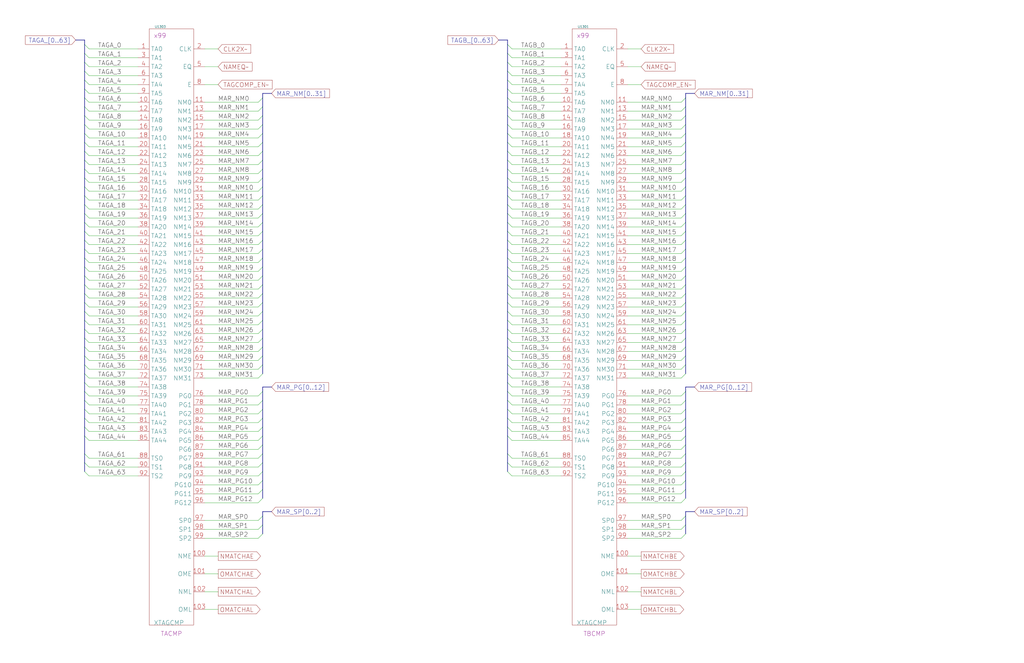
<source format=kicad_sch>
(kicad_sch (version 20230121) (generator eeschema)
  (paper "User" 584.2 378.46)
  (title_block (title "TAGA COMPARATORS\\nMATCH") (date "08-MAR-90") (rev "0.0") (comment 1 "MEM32 BOARD") (comment 2 "232-003066") (comment 3 "S400") (comment 4 "RELEASED"))
  (bus_entry (at 48.26 142.24) (size 2.54 2.54))
  (bus_entry (at 48.26 223.52) (size 2.54 2.54))
  (bus_entry (at 48.26 116.84) (size 2.54 2.54))
  (bus_entry (at 149.86 193.04) (size -2.54 2.54))
  (bus_entry (at 391.16 106.68) (size -2.54 2.54))
  (bus_entry (at 289.56 121.92) (size 2.54 2.54))
  (bus_entry (at 289.56 157.48) (size 2.54 2.54))
  (bus_entry (at 391.16 142.24) (size -2.54 2.54))
  (bus_entry (at 149.86 177.8) (size -2.54 2.54))
  (bus_entry (at 48.26 45.72) (size 2.54 2.54))
  (bus_entry (at 289.56 243.84) (size 2.54 2.54))
  (bus_entry (at 48.26 81.28) (size 2.54 2.54))
  (bus_entry (at 289.56 71.12) (size 2.54 2.54))
  (bus_entry (at 149.86 238.76) (size -2.54 2.54))
  (bus_entry (at 289.56 76.2) (size 2.54 2.54))
  (bus_entry (at 149.86 279.4) (size -2.54 2.54))
  (bus_entry (at 48.26 187.96) (size 2.54 2.54))
  (bus_entry (at 48.26 233.68) (size 2.54 2.54))
  (bus_entry (at 48.26 106.68) (size 2.54 2.54))
  (bus_entry (at 391.16 86.36) (size -2.54 2.54))
  (bus_entry (at 391.16 299.72) (size -2.54 2.54))
  (bus_entry (at 289.56 55.88) (size 2.54 2.54))
  (bus_entry (at 48.26 91.44) (size 2.54 2.54))
  (bus_entry (at 149.86 198.12) (size -2.54 2.54))
  (bus_entry (at 391.16 284.48) (size -2.54 2.54))
  (bus_entry (at 391.16 259.08) (size -2.54 2.54))
  (bus_entry (at 391.16 172.72) (size -2.54 2.54))
  (bus_entry (at 391.16 116.84) (size -2.54 2.54))
  (bus_entry (at 289.56 91.44) (size 2.54 2.54))
  (bus_entry (at 289.56 106.68) (size 2.54 2.54))
  (bus_entry (at 391.16 121.92) (size -2.54 2.54))
  (bus_entry (at 48.26 71.12) (size 2.54 2.54))
  (bus_entry (at 391.16 162.56) (size -2.54 2.54))
  (bus_entry (at 149.86 66.04) (size -2.54 2.54))
  (bus_entry (at 391.16 187.96) (size -2.54 2.54))
  (bus_entry (at 48.26 127) (size 2.54 2.54))
  (bus_entry (at 289.56 30.48) (size 2.54 2.54))
  (bus_entry (at 289.56 81.28) (size 2.54 2.54))
  (bus_entry (at 391.16 71.12) (size -2.54 2.54))
  (bus_entry (at 149.86 152.4) (size -2.54 2.54))
  (bus_entry (at 289.56 193.04) (size 2.54 2.54))
  (bus_entry (at 289.56 172.72) (size 2.54 2.54))
  (bus_entry (at 149.86 264.16) (size -2.54 2.54))
  (bus_entry (at 391.16 147.32) (size -2.54 2.54))
  (bus_entry (at 391.16 233.68) (size -2.54 2.54))
  (bus_entry (at 289.56 223.52) (size 2.54 2.54))
  (bus_entry (at 391.16 111.76) (size -2.54 2.54))
  (bus_entry (at 289.56 162.56) (size 2.54 2.54))
  (bus_entry (at 289.56 238.76) (size 2.54 2.54))
  (bus_entry (at 391.16 182.88) (size -2.54 2.54))
  (bus_entry (at 48.26 86.36) (size 2.54 2.54))
  (bus_entry (at 149.86 274.32) (size -2.54 2.54))
  (bus_entry (at 149.86 243.84) (size -2.54 2.54))
  (bus_entry (at 149.86 142.24) (size -2.54 2.54))
  (bus_entry (at 149.86 162.56) (size -2.54 2.54))
  (bus_entry (at 149.86 187.96) (size -2.54 2.54))
  (bus_entry (at 149.86 137.16) (size -2.54 2.54))
  (bus_entry (at 48.26 182.88) (size 2.54 2.54))
  (bus_entry (at 391.16 304.8) (size -2.54 2.54))
  (bus_entry (at 391.16 167.64) (size -2.54 2.54))
  (bus_entry (at 289.56 208.28) (size 2.54 2.54))
  (bus_entry (at 48.26 35.56) (size 2.54 2.54))
  (bus_entry (at 48.26 167.64) (size 2.54 2.54))
  (bus_entry (at 289.56 40.64) (size 2.54 2.54))
  (bus_entry (at 391.16 55.88) (size -2.54 2.54))
  (bus_entry (at 48.26 172.72) (size 2.54 2.54))
  (bus_entry (at 289.56 167.64) (size 2.54 2.54))
  (bus_entry (at 48.26 40.64) (size 2.54 2.54))
  (bus_entry (at 149.86 167.64) (size -2.54 2.54))
  (bus_entry (at 289.56 198.12) (size 2.54 2.54))
  (bus_entry (at 48.26 101.6) (size 2.54 2.54))
  (bus_entry (at 149.86 60.96) (size -2.54 2.54))
  (bus_entry (at 149.86 284.48) (size -2.54 2.54))
  (bus_entry (at 48.26 66.04) (size 2.54 2.54))
  (bus_entry (at 149.86 269.24) (size -2.54 2.54))
  (bus_entry (at 48.26 177.8) (size 2.54 2.54))
  (bus_entry (at 149.86 228.6) (size -2.54 2.54))
  (bus_entry (at 48.26 269.24) (size 2.54 2.54))
  (bus_entry (at 289.56 50.8) (size 2.54 2.54))
  (bus_entry (at 391.16 96.52) (size -2.54 2.54))
  (bus_entry (at 48.26 76.2) (size 2.54 2.54))
  (bus_entry (at 289.56 96.52) (size 2.54 2.54))
  (bus_entry (at 149.86 101.6) (size -2.54 2.54))
  (bus_entry (at 48.26 243.84) (size 2.54 2.54))
  (bus_entry (at 391.16 60.96) (size -2.54 2.54))
  (bus_entry (at 289.56 111.76) (size 2.54 2.54))
  (bus_entry (at 289.56 137.16) (size 2.54 2.54))
  (bus_entry (at 48.26 162.56) (size 2.54 2.54))
  (bus_entry (at 391.16 228.6) (size -2.54 2.54))
  (bus_entry (at 48.26 152.4) (size 2.54 2.54))
  (bus_entry (at 391.16 132.08) (size -2.54 2.54))
  (bus_entry (at 391.16 177.8) (size -2.54 2.54))
  (bus_entry (at 391.16 66.04) (size -2.54 2.54))
  (bus_entry (at 391.16 254) (size -2.54 2.54))
  (bus_entry (at 391.16 198.12) (size -2.54 2.54))
  (bus_entry (at 149.86 294.64) (size -2.54 2.54))
  (bus_entry (at 289.56 142.24) (size 2.54 2.54))
  (bus_entry (at 391.16 76.2) (size -2.54 2.54))
  (bus_entry (at 289.56 248.92) (size 2.54 2.54))
  (bus_entry (at 391.16 101.6) (size -2.54 2.54))
  (bus_entry (at 149.86 208.28) (size -2.54 2.54))
  (bus_entry (at 391.16 243.84) (size -2.54 2.54))
  (bus_entry (at 391.16 294.64) (size -2.54 2.54))
  (bus_entry (at 149.86 127) (size -2.54 2.54))
  (bus_entry (at 48.26 132.08) (size 2.54 2.54))
  (bus_entry (at 149.86 157.48) (size -2.54 2.54))
  (bus_entry (at 48.26 60.96) (size 2.54 2.54))
  (bus_entry (at 149.86 71.12) (size -2.54 2.54))
  (bus_entry (at 48.26 50.8) (size 2.54 2.54))
  (bus_entry (at 48.26 259.08) (size 2.54 2.54))
  (bus_entry (at 48.26 96.52) (size 2.54 2.54))
  (bus_entry (at 48.26 121.92) (size 2.54 2.54))
  (bus_entry (at 149.86 76.2) (size -2.54 2.54))
  (bus_entry (at 48.26 30.48) (size 2.54 2.54))
  (bus_entry (at 48.26 157.48) (size 2.54 2.54))
  (bus_entry (at 391.16 193.04) (size -2.54 2.54))
  (bus_entry (at 391.16 248.92) (size -2.54 2.54))
  (bus_entry (at 48.26 25.4) (size 2.54 2.54))
  (bus_entry (at 48.26 213.36) (size 2.54 2.54))
  (bus_entry (at 149.86 248.92) (size -2.54 2.54))
  (bus_entry (at 391.16 213.36) (size -2.54 2.54))
  (bus_entry (at 48.26 137.16) (size 2.54 2.54))
  (bus_entry (at 289.56 132.08) (size 2.54 2.54))
  (bus_entry (at 391.16 269.24) (size -2.54 2.54))
  (bus_entry (at 149.86 213.36) (size -2.54 2.54))
  (bus_entry (at 289.56 187.96) (size 2.54 2.54))
  (bus_entry (at 289.56 60.96) (size 2.54 2.54))
  (bus_entry (at 391.16 264.16) (size -2.54 2.54))
  (bus_entry (at 149.86 182.88) (size -2.54 2.54))
  (bus_entry (at 48.26 193.04) (size 2.54 2.54))
  (bus_entry (at 391.16 91.44) (size -2.54 2.54))
  (bus_entry (at 149.86 223.52) (size -2.54 2.54))
  (bus_entry (at 289.56 259.08) (size 2.54 2.54))
  (bus_entry (at 289.56 269.24) (size 2.54 2.54))
  (bus_entry (at 289.56 182.88) (size 2.54 2.54))
  (bus_entry (at 149.86 121.92) (size -2.54 2.54))
  (bus_entry (at 48.26 208.28) (size 2.54 2.54))
  (bus_entry (at 48.26 238.76) (size 2.54 2.54))
  (bus_entry (at 391.16 223.52) (size -2.54 2.54))
  (bus_entry (at 48.26 203.2) (size 2.54 2.54))
  (bus_entry (at 391.16 137.16) (size -2.54 2.54))
  (bus_entry (at 289.56 45.72) (size 2.54 2.54))
  (bus_entry (at 391.16 203.2) (size -2.54 2.54))
  (bus_entry (at 289.56 116.84) (size 2.54 2.54))
  (bus_entry (at 48.26 248.92) (size 2.54 2.54))
  (bus_entry (at 289.56 233.68) (size 2.54 2.54))
  (bus_entry (at 48.26 55.88) (size 2.54 2.54))
  (bus_entry (at 149.86 106.68) (size -2.54 2.54))
  (bus_entry (at 149.86 304.8) (size -2.54 2.54))
  (bus_entry (at 149.86 299.72) (size -2.54 2.54))
  (bus_entry (at 289.56 86.36) (size 2.54 2.54))
  (bus_entry (at 289.56 127) (size 2.54 2.54))
  (bus_entry (at 149.86 147.32) (size -2.54 2.54))
  (bus_entry (at 149.86 55.88) (size -2.54 2.54))
  (bus_entry (at 289.56 264.16) (size 2.54 2.54))
  (bus_entry (at 149.86 96.52) (size -2.54 2.54))
  (bus_entry (at 149.86 233.68) (size -2.54 2.54))
  (bus_entry (at 289.56 177.8) (size 2.54 2.54))
  (bus_entry (at 289.56 66.04) (size 2.54 2.54))
  (bus_entry (at 149.86 203.2) (size -2.54 2.54))
  (bus_entry (at 289.56 152.4) (size 2.54 2.54))
  (bus_entry (at 391.16 157.48) (size -2.54 2.54))
  (bus_entry (at 48.26 218.44) (size 2.54 2.54))
  (bus_entry (at 48.26 147.32) (size 2.54 2.54))
  (bus_entry (at 391.16 279.4) (size -2.54 2.54))
  (bus_entry (at 149.86 81.28) (size -2.54 2.54))
  (bus_entry (at 391.16 274.32) (size -2.54 2.54))
  (bus_entry (at 391.16 127) (size -2.54 2.54))
  (bus_entry (at 289.56 228.6) (size 2.54 2.54))
  (bus_entry (at 149.86 116.84) (size -2.54 2.54))
  (bus_entry (at 289.56 35.56) (size 2.54 2.54))
  (bus_entry (at 48.26 198.12) (size 2.54 2.54))
  (bus_entry (at 289.56 25.4) (size 2.54 2.54))
  (bus_entry (at 149.86 111.76) (size -2.54 2.54))
  (bus_entry (at 149.86 172.72) (size -2.54 2.54))
  (bus_entry (at 289.56 218.44) (size 2.54 2.54))
  (bus_entry (at 149.86 132.08) (size -2.54 2.54))
  (bus_entry (at 48.26 228.6) (size 2.54 2.54))
  (bus_entry (at 391.16 208.28) (size -2.54 2.54))
  (bus_entry (at 149.86 86.36) (size -2.54 2.54))
  (bus_entry (at 149.86 254) (size -2.54 2.54))
  (bus_entry (at 48.26 111.76) (size 2.54 2.54))
  (bus_entry (at 289.56 147.32) (size 2.54 2.54))
  (bus_entry (at 289.56 213.36) (size 2.54 2.54))
  (bus_entry (at 149.86 259.08) (size -2.54 2.54))
  (bus_entry (at 149.86 91.44) (size -2.54 2.54))
  (bus_entry (at 48.26 264.16) (size 2.54 2.54))
  (bus_entry (at 391.16 152.4) (size -2.54 2.54))
  (bus_entry (at 289.56 101.6) (size 2.54 2.54))
  (bus_entry (at 289.56 203.2) (size 2.54 2.54))
  (bus_entry (at 391.16 238.76) (size -2.54 2.54))
  (bus_entry (at 391.16 81.28) (size -2.54 2.54))
  (bus (pts (xy 391.16 91.44) (xy 391.16 96.52)))
  (wire (pts (xy 147.32 104.14) (xy 116.84 104.14)))
  (wire (pts (xy 358.14 27.94) (xy 365.76 27.94)))
  (wire (pts (xy 147.32 139.7) (xy 116.84 139.7)))
  (bus (pts (xy 149.86 279.4) (xy 149.86 284.48)))
  (wire (pts (xy 292.1 109.22) (xy 320.04 109.22)))
  (wire (pts (xy 147.32 114.3) (xy 116.84 114.3)))
  (wire (pts (xy 292.1 63.5) (xy 320.04 63.5)))
  (wire (pts (xy 147.32 215.9) (xy 116.84 215.9)))
  (wire (pts (xy 292.1 210.82) (xy 320.04 210.82)))
  (wire (pts (xy 147.32 302.26) (xy 116.84 302.26)))
  (wire (pts (xy 147.32 175.26) (xy 116.84 175.26)))
  (bus (pts (xy 48.26 101.6) (xy 48.26 106.68)))
  (bus (pts (xy 149.86 269.24) (xy 149.86 274.32)))
  (wire (pts (xy 50.8 88.9) (xy 78.74 88.9)))
  (wire (pts (xy 292.1 38.1) (xy 320.04 38.1)))
  (bus (pts (xy 289.56 132.08) (xy 289.56 137.16)))
  (wire (pts (xy 147.32 149.86) (xy 116.84 149.86)))
  (bus (pts (xy 391.16 243.84) (xy 391.16 248.92)))
  (wire (pts (xy 292.1 114.3) (xy 320.04 114.3)))
  (wire (pts (xy 292.1 68.58) (xy 320.04 68.58)))
  (bus (pts (xy 391.16 233.68) (xy 391.16 238.76)))
  (bus (pts (xy 289.56 66.04) (xy 289.56 71.12)))
  (bus (pts (xy 289.56 218.44) (xy 289.56 223.52)))
  (bus (pts (xy 391.16 259.08) (xy 391.16 264.16)))
  (wire (pts (xy 50.8 109.22) (xy 78.74 109.22)))
  (wire (pts (xy 292.1 53.34) (xy 320.04 53.34)))
  (bus (pts (xy 149.86 127) (xy 149.86 132.08)))
  (wire (pts (xy 50.8 27.94) (xy 78.74 27.94)))
  (wire (pts (xy 50.8 195.58) (xy 78.74 195.58)))
  (bus (pts (xy 149.86 259.08) (xy 149.86 264.16)))
  (wire (pts (xy 50.8 160.02) (xy 78.74 160.02)))
  (wire (pts (xy 388.62 276.86) (xy 358.14 276.86)))
  (wire (pts (xy 147.32 276.86) (xy 116.84 276.86)))
  (bus (pts (xy 48.26 157.48) (xy 48.26 162.56)))
  (bus (pts (xy 289.56 238.76) (xy 289.56 243.84)))
  (wire (pts (xy 388.62 205.74) (xy 358.14 205.74)))
  (bus (pts (xy 289.56 162.56) (xy 289.56 167.64)))
  (wire (pts (xy 388.62 185.42) (xy 358.14 185.42)))
  (wire (pts (xy 388.62 139.7) (xy 358.14 139.7)))
  (wire (pts (xy 388.62 287.02) (xy 358.14 287.02)))
  (wire (pts (xy 147.32 129.54) (xy 116.84 129.54)))
  (bus (pts (xy 48.26 187.96) (xy 48.26 193.04)))
  (bus (pts (xy 149.86 220.98) (xy 154.94 220.98)))
  (bus (pts (xy 48.26 208.28) (xy 48.26 213.36)))
  (wire (pts (xy 50.8 215.9) (xy 78.74 215.9)))
  (bus (pts (xy 149.86 53.34) (xy 149.86 55.88)))
  (bus (pts (xy 149.86 55.88) (xy 149.86 60.96)))
  (wire (pts (xy 388.62 99.06) (xy 358.14 99.06)))
  (wire (pts (xy 147.32 195.58) (xy 116.84 195.58)))
  (bus (pts (xy 289.56 71.12) (xy 289.56 76.2)))
  (bus (pts (xy 149.86 203.2) (xy 149.86 208.28)))
  (wire (pts (xy 292.1 180.34) (xy 320.04 180.34)))
  (wire (pts (xy 50.8 104.14) (xy 78.74 104.14)))
  (bus (pts (xy 149.86 71.12) (xy 149.86 76.2)))
  (bus (pts (xy 149.86 208.28) (xy 149.86 213.36)))
  (bus (pts (xy 149.86 142.24) (xy 149.86 147.32)))
  (bus (pts (xy 149.86 76.2) (xy 149.86 81.28)))
  (bus (pts (xy 154.94 292.1) (xy 149.86 292.1)))
  (bus (pts (xy 289.56 208.28) (xy 289.56 213.36)))
  (bus (pts (xy 48.26 55.88) (xy 48.26 60.96)))
  (wire (pts (xy 147.32 190.5) (xy 116.84 190.5)))
  (wire (pts (xy 292.1 83.82) (xy 320.04 83.82)))
  (wire (pts (xy 292.1 195.58) (xy 320.04 195.58)))
  (bus (pts (xy 289.56 127) (xy 289.56 132.08)))
  (bus (pts (xy 149.86 96.52) (xy 149.86 101.6)))
  (wire (pts (xy 388.62 261.62) (xy 358.14 261.62)))
  (wire (pts (xy 50.8 236.22) (xy 78.74 236.22)))
  (wire (pts (xy 147.32 154.94) (xy 116.84 154.94)))
  (bus (pts (xy 149.86 193.04) (xy 149.86 198.12)))
  (bus (pts (xy 289.56 81.28) (xy 289.56 86.36)))
  (bus (pts (xy 289.56 198.12) (xy 289.56 203.2)))
  (wire (pts (xy 388.62 93.98) (xy 358.14 93.98)))
  (bus (pts (xy 289.56 111.76) (xy 289.56 116.84)))
  (wire (pts (xy 147.32 58.42) (xy 116.84 58.42)))
  (wire (pts (xy 147.32 78.74) (xy 116.84 78.74)))
  (wire (pts (xy 50.8 246.38) (xy 78.74 246.38)))
  (bus (pts (xy 391.16 71.12) (xy 391.16 76.2)))
  (bus (pts (xy 284.48 22.86) (xy 289.56 22.86)))
  (bus (pts (xy 149.86 132.08) (xy 149.86 137.16)))
  (wire (pts (xy 292.1 73.66) (xy 320.04 73.66)))
  (bus (pts (xy 48.26 223.52) (xy 48.26 228.6)))
  (wire (pts (xy 50.8 83.82) (xy 78.74 83.82)))
  (wire (pts (xy 50.8 73.66) (xy 78.74 73.66)))
  (bus (pts (xy 48.26 121.92) (xy 48.26 127)))
  (wire (pts (xy 50.8 231.14) (xy 78.74 231.14)))
  (wire (pts (xy 292.1 33.02) (xy 320.04 33.02)))
  (bus (pts (xy 48.26 172.72) (xy 48.26 177.8)))
  (wire (pts (xy 388.62 63.5) (xy 358.14 63.5)))
  (bus (pts (xy 149.86 60.96) (xy 149.86 66.04)))
  (bus (pts (xy 289.56 86.36) (xy 289.56 91.44)))
  (wire (pts (xy 50.8 78.74) (xy 78.74 78.74)))
  (bus (pts (xy 48.26 71.12) (xy 48.26 76.2)))
  (bus (pts (xy 289.56 259.08) (xy 289.56 264.16)))
  (wire (pts (xy 50.8 180.34) (xy 78.74 180.34)))
  (wire (pts (xy 50.8 63.5) (xy 78.74 63.5)))
  (bus (pts (xy 289.56 213.36) (xy 289.56 218.44)))
  (bus (pts (xy 149.86 81.28) (xy 149.86 86.36)))
  (bus (pts (xy 391.16 264.16) (xy 391.16 269.24)))
  (wire (pts (xy 147.32 83.82) (xy 116.84 83.82)))
  (wire (pts (xy 292.1 27.94) (xy 320.04 27.94)))
  (wire (pts (xy 388.62 236.22) (xy 358.14 236.22)))
  (bus (pts (xy 289.56 60.96) (xy 289.56 66.04)))
  (wire (pts (xy 147.32 93.98) (xy 116.84 93.98)))
  (wire (pts (xy 50.8 119.38) (xy 78.74 119.38)))
  (bus (pts (xy 391.16 292.1) (xy 391.16 294.64)))
  (bus (pts (xy 396.24 292.1) (xy 391.16 292.1)))
  (wire (pts (xy 358.14 317.5) (xy 365.76 317.5)))
  (bus (pts (xy 391.16 76.2) (xy 391.16 81.28)))
  (bus (pts (xy 149.86 292.1) (xy 149.86 294.64)))
  (bus (pts (xy 48.26 218.44) (xy 48.26 223.52)))
  (bus (pts (xy 289.56 172.72) (xy 289.56 177.8)))
  (wire (pts (xy 388.62 180.34) (xy 358.14 180.34)))
  (bus (pts (xy 391.16 294.64) (xy 391.16 299.72)))
  (wire (pts (xy 292.1 231.14) (xy 320.04 231.14)))
  (wire (pts (xy 116.84 48.26) (xy 124.46 48.26)))
  (bus (pts (xy 391.16 203.2) (xy 391.16 208.28)))
  (bus (pts (xy 289.56 177.8) (xy 289.56 182.88)))
  (wire (pts (xy 50.8 68.58) (xy 78.74 68.58)))
  (bus (pts (xy 149.86 248.92) (xy 149.86 254)))
  (wire (pts (xy 116.84 347.98) (xy 124.46 347.98)))
  (wire (pts (xy 388.62 251.46) (xy 358.14 251.46)))
  (wire (pts (xy 388.62 119.38) (xy 358.14 119.38)))
  (bus (pts (xy 48.26 81.28) (xy 48.26 86.36)))
  (wire (pts (xy 388.62 88.9) (xy 358.14 88.9)))
  (wire (pts (xy 292.1 236.22) (xy 320.04 236.22)))
  (bus (pts (xy 149.86 274.32) (xy 149.86 279.4)))
  (wire (pts (xy 147.32 73.66) (xy 116.84 73.66)))
  (bus (pts (xy 289.56 101.6) (xy 289.56 106.68)))
  (bus (pts (xy 391.16 269.24) (xy 391.16 274.32)))
  (bus (pts (xy 391.16 60.96) (xy 391.16 66.04)))
  (bus (pts (xy 391.16 142.24) (xy 391.16 147.32)))
  (wire (pts (xy 388.62 73.66) (xy 358.14 73.66)))
  (bus (pts (xy 289.56 137.16) (xy 289.56 142.24)))
  (wire (pts (xy 388.62 302.26) (xy 358.14 302.26)))
  (wire (pts (xy 358.14 347.98) (xy 365.76 347.98)))
  (wire (pts (xy 50.8 58.42) (xy 78.74 58.42)))
  (wire (pts (xy 292.1 190.5) (xy 320.04 190.5)))
  (bus (pts (xy 149.86 182.88) (xy 149.86 187.96)))
  (bus (pts (xy 289.56 45.72) (xy 289.56 50.8)))
  (wire (pts (xy 147.32 205.74) (xy 116.84 205.74)))
  (wire (pts (xy 388.62 114.3) (xy 358.14 114.3)))
  (wire (pts (xy 388.62 266.7) (xy 358.14 266.7)))
  (bus (pts (xy 391.16 111.76) (xy 391.16 116.84)))
  (wire (pts (xy 388.62 78.74) (xy 358.14 78.74)))
  (wire (pts (xy 388.62 144.78) (xy 358.14 144.78)))
  (bus (pts (xy 48.26 264.16) (xy 48.26 269.24)))
  (bus (pts (xy 391.16 223.52) (xy 391.16 228.6)))
  (bus (pts (xy 391.16 81.28) (xy 391.16 86.36)))
  (wire (pts (xy 147.32 307.34) (xy 116.84 307.34)))
  (wire (pts (xy 292.1 170.18) (xy 320.04 170.18)))
  (wire (pts (xy 292.1 104.14) (xy 320.04 104.14)))
  (bus (pts (xy 48.26 25.4) (xy 48.26 30.48)))
  (bus (pts (xy 391.16 198.12) (xy 391.16 203.2)))
  (bus (pts (xy 48.26 86.36) (xy 48.26 91.44)))
  (bus (pts (xy 289.56 142.24) (xy 289.56 147.32)))
  (bus (pts (xy 391.16 228.6) (xy 391.16 233.68)))
  (wire (pts (xy 292.1 139.7) (xy 320.04 139.7)))
  (bus (pts (xy 149.86 116.84) (xy 149.86 121.92)))
  (wire (pts (xy 50.8 99.06) (xy 78.74 99.06)))
  (wire (pts (xy 147.32 160.02) (xy 116.84 160.02)))
  (bus (pts (xy 289.56 167.64) (xy 289.56 172.72)))
  (wire (pts (xy 147.32 246.38) (xy 116.84 246.38)))
  (wire (pts (xy 292.1 124.46) (xy 320.04 124.46)))
  (bus (pts (xy 391.16 66.04) (xy 391.16 71.12)))
  (wire (pts (xy 358.14 337.82) (xy 365.76 337.82)))
  (bus (pts (xy 149.86 167.64) (xy 149.86 172.72)))
  (wire (pts (xy 388.62 307.34) (xy 358.14 307.34)))
  (wire (pts (xy 388.62 124.46) (xy 358.14 124.46)))
  (wire (pts (xy 388.62 297.18) (xy 358.14 297.18)))
  (wire (pts (xy 388.62 129.54) (xy 358.14 129.54)))
  (bus (pts (xy 149.86 86.36) (xy 149.86 91.44)))
  (wire (pts (xy 147.32 200.66) (xy 116.84 200.66)))
  (bus (pts (xy 149.86 198.12) (xy 149.86 203.2)))
  (bus (pts (xy 289.56 55.88) (xy 289.56 60.96)))
  (bus (pts (xy 48.26 142.24) (xy 48.26 147.32)))
  (bus (pts (xy 391.16 127) (xy 391.16 132.08)))
  (bus (pts (xy 48.26 111.76) (xy 48.26 116.84)))
  (bus (pts (xy 289.56 106.68) (xy 289.56 111.76)))
  (wire (pts (xy 147.32 297.18) (xy 116.84 297.18)))
  (bus (pts (xy 289.56 264.16) (xy 289.56 269.24)))
  (bus (pts (xy 391.16 279.4) (xy 391.16 284.48)))
  (bus (pts (xy 48.26 198.12) (xy 48.26 203.2)))
  (bus (pts (xy 149.86 66.04) (xy 149.86 71.12)))
  (wire (pts (xy 388.62 160.02) (xy 358.14 160.02)))
  (bus (pts (xy 149.86 137.16) (xy 149.86 142.24)))
  (wire (pts (xy 292.1 119.38) (xy 320.04 119.38)))
  (bus (pts (xy 48.26 45.72) (xy 48.26 50.8)))
  (wire (pts (xy 147.32 144.78) (xy 116.84 144.78)))
  (wire (pts (xy 50.8 226.06) (xy 78.74 226.06)))
  (wire (pts (xy 292.1 58.42) (xy 320.04 58.42)))
  (wire (pts (xy 292.1 271.78) (xy 320.04 271.78)))
  (wire (pts (xy 50.8 271.78) (xy 78.74 271.78)))
  (bus (pts (xy 149.86 187.96) (xy 149.86 193.04)))
  (wire (pts (xy 388.62 241.3) (xy 358.14 241.3)))
  (bus (pts (xy 149.86 177.8) (xy 149.86 182.88)))
  (wire (pts (xy 388.62 200.66) (xy 358.14 200.66)))
  (wire (pts (xy 358.14 327.66) (xy 365.76 327.66)))
  (bus (pts (xy 391.16 172.72) (xy 391.16 177.8)))
  (wire (pts (xy 50.8 134.62) (xy 78.74 134.62)))
  (wire (pts (xy 147.32 231.14) (xy 116.84 231.14)))
  (bus (pts (xy 48.26 238.76) (xy 48.26 243.84)))
  (wire (pts (xy 50.8 144.78) (xy 78.74 144.78)))
  (wire (pts (xy 50.8 154.94) (xy 78.74 154.94)))
  (bus (pts (xy 149.86 121.92) (xy 149.86 127)))
  (wire (pts (xy 147.32 281.94) (xy 116.84 281.94)))
  (wire (pts (xy 116.84 337.82) (xy 124.46 337.82)))
  (bus (pts (xy 48.26 30.48) (xy 48.26 35.56)))
  (wire (pts (xy 147.32 287.02) (xy 116.84 287.02)))
  (wire (pts (xy 388.62 210.82) (xy 358.14 210.82)))
  (bus (pts (xy 149.86 111.76) (xy 149.86 116.84)))
  (bus (pts (xy 289.56 182.88) (xy 289.56 187.96)))
  (bus (pts (xy 391.16 137.16) (xy 391.16 142.24)))
  (wire (pts (xy 292.1 93.98) (xy 320.04 93.98)))
  (bus (pts (xy 149.86 228.6) (xy 149.86 233.68)))
  (wire (pts (xy 147.32 251.46) (xy 116.84 251.46)))
  (wire (pts (xy 388.62 246.38) (xy 358.14 246.38)))
  (wire (pts (xy 388.62 231.14) (xy 358.14 231.14)))
  (bus (pts (xy 391.16 208.28) (xy 391.16 213.36)))
  (wire (pts (xy 292.1 165.1) (xy 320.04 165.1)))
  (wire (pts (xy 50.8 170.18) (xy 78.74 170.18)))
  (bus (pts (xy 149.86 223.52) (xy 149.86 228.6)))
  (wire (pts (xy 147.32 68.58) (xy 116.84 68.58)))
  (wire (pts (xy 147.32 165.1) (xy 116.84 165.1)))
  (wire (pts (xy 292.1 205.74) (xy 320.04 205.74)))
  (wire (pts (xy 50.8 175.26) (xy 78.74 175.26)))
  (wire (pts (xy 292.1 88.9) (xy 320.04 88.9)))
  (bus (pts (xy 149.86 162.56) (xy 149.86 167.64)))
  (bus (pts (xy 391.16 254) (xy 391.16 259.08)))
  (wire (pts (xy 50.8 165.1) (xy 78.74 165.1)))
  (bus (pts (xy 48.26 127) (xy 48.26 132.08)))
  (wire (pts (xy 388.62 68.58) (xy 358.14 68.58)))
  (bus (pts (xy 391.16 147.32) (xy 391.16 152.4)))
  (bus (pts (xy 391.16 106.68) (xy 391.16 111.76)))
  (wire (pts (xy 292.1 241.3) (xy 320.04 241.3)))
  (bus (pts (xy 289.56 233.68) (xy 289.56 238.76)))
  (bus (pts (xy 48.26 147.32) (xy 48.26 152.4)))
  (wire (pts (xy 147.32 109.22) (xy 116.84 109.22)))
  (wire (pts (xy 388.62 195.58) (xy 358.14 195.58)))
  (wire (pts (xy 50.8 261.62) (xy 78.74 261.62)))
  (wire (pts (xy 50.8 190.5) (xy 78.74 190.5)))
  (bus (pts (xy 48.26 243.84) (xy 48.26 248.92)))
  (wire (pts (xy 50.8 124.46) (xy 78.74 124.46)))
  (wire (pts (xy 292.1 154.94) (xy 320.04 154.94)))
  (bus (pts (xy 48.26 259.08) (xy 48.26 264.16)))
  (bus (pts (xy 48.26 182.88) (xy 48.26 187.96)))
  (bus (pts (xy 289.56 248.92) (xy 289.56 259.08)))
  (bus (pts (xy 289.56 228.6) (xy 289.56 233.68)))
  (wire (pts (xy 292.1 43.18) (xy 320.04 43.18)))
  (bus (pts (xy 391.16 274.32) (xy 391.16 279.4)))
  (bus (pts (xy 48.26 203.2) (xy 48.26 208.28)))
  (bus (pts (xy 48.26 35.56) (xy 48.26 40.64)))
  (wire (pts (xy 50.8 129.54) (xy 78.74 129.54)))
  (bus (pts (xy 289.56 187.96) (xy 289.56 193.04)))
  (wire (pts (xy 388.62 226.06) (xy 358.14 226.06)))
  (wire (pts (xy 292.1 246.38) (xy 320.04 246.38)))
  (bus (pts (xy 396.24 53.34) (xy 391.16 53.34)))
  (wire (pts (xy 292.1 185.42) (xy 320.04 185.42)))
  (wire (pts (xy 292.1 134.62) (xy 320.04 134.62)))
  (bus (pts (xy 48.26 91.44) (xy 48.26 96.52)))
  (bus (pts (xy 289.56 50.8) (xy 289.56 55.88)))
  (wire (pts (xy 388.62 104.14) (xy 358.14 104.14)))
  (bus (pts (xy 289.56 25.4) (xy 289.56 30.48)))
  (bus (pts (xy 48.26 132.08) (xy 48.26 137.16)))
  (wire (pts (xy 388.62 83.82) (xy 358.14 83.82)))
  (wire (pts (xy 50.8 266.7) (xy 78.74 266.7)))
  (wire (pts (xy 50.8 200.66) (xy 78.74 200.66)))
  (wire (pts (xy 50.8 33.02) (xy 78.74 33.02)))
  (wire (pts (xy 147.32 261.62) (xy 116.84 261.62)))
  (bus (pts (xy 391.16 177.8) (xy 391.16 182.88)))
  (wire (pts (xy 147.32 185.42) (xy 116.84 185.42)))
  (wire (pts (xy 388.62 165.1) (xy 358.14 165.1)))
  (bus (pts (xy 149.86 243.84) (xy 149.86 248.92)))
  (bus (pts (xy 391.16 248.92) (xy 391.16 254)))
  (wire (pts (xy 147.32 170.18) (xy 116.84 170.18)))
  (bus (pts (xy 48.26 76.2) (xy 48.26 81.28)))
  (bus (pts (xy 48.26 193.04) (xy 48.26 198.12)))
  (wire (pts (xy 388.62 175.26) (xy 358.14 175.26)))
  (bus (pts (xy 391.16 167.64) (xy 391.16 172.72)))
  (bus (pts (xy 149.86 101.6) (xy 149.86 106.68)))
  (wire (pts (xy 147.32 134.62) (xy 116.84 134.62)))
  (wire (pts (xy 116.84 38.1) (xy 124.46 38.1)))
  (bus (pts (xy 391.16 299.72) (xy 391.16 304.8)))
  (wire (pts (xy 358.14 48.26) (xy 365.76 48.26)))
  (bus (pts (xy 289.56 96.52) (xy 289.56 101.6)))
  (wire (pts (xy 147.32 99.06) (xy 116.84 99.06)))
  (wire (pts (xy 292.1 200.66) (xy 320.04 200.66)))
  (bus (pts (xy 48.26 233.68) (xy 48.26 238.76)))
  (bus (pts (xy 149.86 172.72) (xy 149.86 177.8)))
  (wire (pts (xy 358.14 38.1) (xy 365.76 38.1)))
  (wire (pts (xy 147.32 124.46) (xy 116.84 124.46)))
  (bus (pts (xy 48.26 162.56) (xy 48.26 167.64)))
  (wire (pts (xy 50.8 210.82) (xy 78.74 210.82)))
  (bus (pts (xy 48.26 116.84) (xy 48.26 121.92)))
  (bus (pts (xy 391.16 101.6) (xy 391.16 106.68)))
  (wire (pts (xy 292.1 215.9) (xy 320.04 215.9)))
  (wire (pts (xy 388.62 215.9) (xy 358.14 215.9)))
  (wire (pts (xy 50.8 220.98) (xy 78.74 220.98)))
  (bus (pts (xy 391.16 86.36) (xy 391.16 91.44)))
  (bus (pts (xy 48.26 22.86) (xy 48.26 25.4)))
  (wire (pts (xy 388.62 190.5) (xy 358.14 190.5)))
  (bus (pts (xy 48.26 177.8) (xy 48.26 182.88)))
  (wire (pts (xy 147.32 119.38) (xy 116.84 119.38)))
  (wire (pts (xy 292.1 266.7) (xy 320.04 266.7)))
  (wire (pts (xy 292.1 48.26) (xy 320.04 48.26)))
  (bus (pts (xy 149.86 264.16) (xy 149.86 269.24)))
  (wire (pts (xy 388.62 281.94) (xy 358.14 281.94)))
  (bus (pts (xy 289.56 22.86) (xy 289.56 25.4)))
  (bus (pts (xy 289.56 121.92) (xy 289.56 127)))
  (bus (pts (xy 43.18 22.86) (xy 48.26 22.86)))
  (wire (pts (xy 50.8 114.3) (xy 78.74 114.3)))
  (bus (pts (xy 391.16 116.84) (xy 391.16 121.92)))
  (bus (pts (xy 289.56 30.48) (xy 289.56 35.56)))
  (bus (pts (xy 48.26 167.64) (xy 48.26 172.72)))
  (bus (pts (xy 289.56 40.64) (xy 289.56 45.72)))
  (bus (pts (xy 149.86 254) (xy 149.86 259.08)))
  (bus (pts (xy 149.86 147.32) (xy 149.86 152.4)))
  (wire (pts (xy 147.32 266.7) (xy 116.84 266.7)))
  (bus (pts (xy 149.86 220.98) (xy 149.86 223.52)))
  (bus (pts (xy 289.56 157.48) (xy 289.56 162.56)))
  (wire (pts (xy 50.8 38.1) (xy 78.74 38.1)))
  (bus (pts (xy 391.16 162.56) (xy 391.16 167.64)))
  (wire (pts (xy 147.32 63.5) (xy 116.84 63.5)))
  (wire (pts (xy 50.8 205.74) (xy 78.74 205.74)))
  (bus (pts (xy 391.16 152.4) (xy 391.16 157.48)))
  (bus (pts (xy 149.86 299.72) (xy 149.86 304.8)))
  (wire (pts (xy 147.32 210.82) (xy 116.84 210.82)))
  (wire (pts (xy 292.1 175.26) (xy 320.04 175.26)))
  (wire (pts (xy 388.62 256.54) (xy 358.14 256.54)))
  (bus (pts (xy 48.26 137.16) (xy 48.26 142.24)))
  (bus (pts (xy 289.56 243.84) (xy 289.56 248.92)))
  (wire (pts (xy 116.84 27.94) (xy 124.46 27.94)))
  (wire (pts (xy 147.32 226.06) (xy 116.84 226.06)))
  (wire (pts (xy 50.8 185.42) (xy 78.74 185.42)))
  (wire (pts (xy 147.32 271.78) (xy 116.84 271.78)))
  (bus (pts (xy 289.56 35.56) (xy 289.56 40.64)))
  (bus (pts (xy 48.26 96.52) (xy 48.26 101.6)))
  (wire (pts (xy 50.8 139.7) (xy 78.74 139.7)))
  (bus (pts (xy 391.16 55.88) (xy 391.16 60.96)))
  (bus (pts (xy 149.86 233.68) (xy 149.86 238.76)))
  (bus (pts (xy 149.86 157.48) (xy 149.86 162.56)))
  (wire (pts (xy 292.1 160.02) (xy 320.04 160.02)))
  (bus (pts (xy 154.94 53.34) (xy 149.86 53.34)))
  (bus (pts (xy 48.26 152.4) (xy 48.26 157.48)))
  (wire (pts (xy 292.1 251.46) (xy 320.04 251.46)))
  (wire (pts (xy 50.8 93.98) (xy 78.74 93.98)))
  (bus (pts (xy 149.86 294.64) (xy 149.86 299.72)))
  (wire (pts (xy 50.8 43.18) (xy 78.74 43.18)))
  (bus (pts (xy 289.56 147.32) (xy 289.56 152.4)))
  (bus (pts (xy 149.86 152.4) (xy 149.86 157.48)))
  (wire (pts (xy 147.32 241.3) (xy 116.84 241.3)))
  (bus (pts (xy 48.26 106.68) (xy 48.26 111.76)))
  (bus (pts (xy 391.16 157.48) (xy 391.16 162.56)))
  (wire (pts (xy 292.1 261.62) (xy 320.04 261.62)))
  (wire (pts (xy 50.8 48.26) (xy 78.74 48.26)))
  (wire (pts (xy 50.8 241.3) (xy 78.74 241.3)))
  (bus (pts (xy 289.56 203.2) (xy 289.56 208.28)))
  (bus (pts (xy 149.86 106.68) (xy 149.86 111.76)))
  (wire (pts (xy 292.1 99.06) (xy 320.04 99.06)))
  (wire (pts (xy 147.32 180.34) (xy 116.84 180.34)))
  (bus (pts (xy 48.26 60.96) (xy 48.26 66.04)))
  (wire (pts (xy 292.1 129.54) (xy 320.04 129.54)))
  (bus (pts (xy 48.26 213.36) (xy 48.26 218.44)))
  (bus (pts (xy 289.56 116.84) (xy 289.56 121.92)))
  (bus (pts (xy 48.26 50.8) (xy 48.26 55.88)))
  (wire (pts (xy 50.8 53.34) (xy 78.74 53.34)))
  (wire (pts (xy 388.62 271.78) (xy 358.14 271.78)))
  (bus (pts (xy 391.16 187.96) (xy 391.16 193.04)))
  (wire (pts (xy 388.62 170.18) (xy 358.14 170.18)))
  (bus (pts (xy 289.56 91.44) (xy 289.56 96.52)))
  (bus (pts (xy 48.26 66.04) (xy 48.26 71.12)))
  (bus (pts (xy 391.16 53.34) (xy 391.16 55.88)))
  (bus (pts (xy 391.16 121.92) (xy 391.16 127)))
  (wire (pts (xy 388.62 149.86) (xy 358.14 149.86)))
  (bus (pts (xy 391.16 238.76) (xy 391.16 243.84)))
  (bus (pts (xy 48.26 228.6) (xy 48.26 233.68)))
  (bus (pts (xy 289.56 76.2) (xy 289.56 81.28)))
  (wire (pts (xy 147.32 88.9) (xy 116.84 88.9)))
  (bus (pts (xy 391.16 193.04) (xy 391.16 198.12)))
  (bus (pts (xy 391.16 132.08) (xy 391.16 137.16)))
  (bus (pts (xy 149.86 238.76) (xy 149.86 243.84)))
  (wire (pts (xy 388.62 134.62) (xy 358.14 134.62)))
  (bus (pts (xy 48.26 40.64) (xy 48.26 45.72)))
  (bus (pts (xy 149.86 91.44) (xy 149.86 96.52)))
  (wire (pts (xy 292.1 149.86) (xy 320.04 149.86)))
  (bus (pts (xy 391.16 220.98) (xy 396.24 220.98)))
  (bus (pts (xy 289.56 193.04) (xy 289.56 198.12)))
  (wire (pts (xy 292.1 220.98) (xy 320.04 220.98)))
  (wire (pts (xy 292.1 226.06) (xy 320.04 226.06)))
  (bus (pts (xy 48.26 248.92) (xy 48.26 259.08)))
  (wire (pts (xy 388.62 109.22) (xy 358.14 109.22)))
  (bus (pts (xy 391.16 182.88) (xy 391.16 187.96)))
  (wire (pts (xy 292.1 144.78) (xy 320.04 144.78)))
  (wire (pts (xy 50.8 251.46) (xy 78.74 251.46)))
  (wire (pts (xy 116.84 327.66) (xy 124.46 327.66)))
  (wire (pts (xy 50.8 149.86) (xy 78.74 149.86)))
  (bus (pts (xy 289.56 152.4) (xy 289.56 157.48)))
  (wire (pts (xy 292.1 78.74) (xy 320.04 78.74)))
  (bus (pts (xy 289.56 223.52) (xy 289.56 228.6)))
  (bus (pts (xy 391.16 96.52) (xy 391.16 101.6)))
  (wire (pts (xy 147.32 236.22) (xy 116.84 236.22)))
  (wire (pts (xy 388.62 58.42) (xy 358.14 58.42)))
  (wire (pts (xy 147.32 256.54) (xy 116.84 256.54)))
  (wire (pts (xy 388.62 154.94) (xy 358.14 154.94)))
  (bus (pts (xy 391.16 220.98) (xy 391.16 223.52)))
  (wire (pts (xy 116.84 317.5) (xy 124.46 317.5)))
  (label "MAR_NM26" (at 124.46 190.5 0) (effects (font (size 2.54 2.54))))
  (label "TAGA_11" (at 55.88 83.82 0) (effects (font (size 2.54 2.54))))
  (label "TAGB_40" (at 297.18 231.14 0) (effects (font (size 2.54 2.54))))
  (label "MAR_SP0" (at 365.76 297.18 0) (effects (font (size 2.54 2.54))))
  (label "TAGA_44" (at 55.88 251.46 0) (effects (font (size 2.54 2.54))))
  (label "MAR_NM17" (at 124.46 144.78 0) (effects (font (size 2.54 2.54))))
  (label "MAR_NM19" (at 365.76 154.94 0) (effects (font (size 2.54 2.54))))
  (label "TAGB_31" (at 297.18 185.42 0) (effects (font (size 2.54 2.54))))
  (label "TAGB_7" (at 297.18 63.5 0) (effects (font (size 2.54 2.54))))
  (label "MAR_NM11" (at 365.76 114.3 0) (effects (font (size 2.54 2.54))))
  (label "TAGA_15" (at 55.88 104.14 0) (effects (font (size 2.54 2.54))))
  (label "TAGA_27" (at 55.88 165.1 0) (effects (font (size 2.54 2.54))))
  (label "TAGA_34" (at 55.88 200.66 0) (effects (font (size 2.54 2.54))))
  (label "MAR_PG5" (at 124.46 251.46 0) (effects (font (size 2.54 2.54))))
  (label "TAGA_30" (at 55.88 180.34 0) (effects (font (size 2.54 2.54))))
  (label "MAR_NM30" (at 365.76 210.82 0) (effects (font (size 2.54 2.54))))
  (label "TAGB_36" (at 297.18 210.82 0) (effects (font (size 2.54 2.54))))
  (label "TAGA_0" (at 55.88 27.94 0) (effects (font (size 2.54 2.54))))
  (label "MAR_NM9" (at 365.76 104.14 0) (effects (font (size 2.54 2.54))))
  (label "TAGA_25" (at 55.88 154.94 0) (effects (font (size 2.54 2.54))))
  (label "MAR_PG1" (at 365.76 231.14 0) (effects (font (size 2.54 2.54))))
  (label "MAR_PG0" (at 124.46 226.06 0) (effects (font (size 2.54 2.54))))
  (label "MAR_PG7" (at 365.76 261.62 0) (effects (font (size 2.54 2.54))))
  (label "TAGB_44" (at 297.18 251.46 0) (effects (font (size 2.54 2.54))))
  (label "TAGA_42" (at 55.88 241.3 0) (effects (font (size 2.54 2.54))))
  (label "TAGB_9" (at 297.18 73.66 0) (effects (font (size 2.54 2.54))))
  (label "TAGA_14" (at 55.88 99.06 0) (effects (font (size 2.54 2.54))))
  (label "TAGB_42" (at 297.18 241.3 0) (effects (font (size 2.54 2.54))))
  (label "MAR_NM27" (at 365.76 195.58 0) (effects (font (size 2.54 2.54))))
  (label "MAR_NM18" (at 365.76 149.86 0) (effects (font (size 2.54 2.54))))
  (label "MAR_NM22" (at 124.46 170.18 0) (effects (font (size 2.54 2.54))))
  (label "TAGB_12" (at 297.18 88.9 0) (effects (font (size 2.54 2.54))))
  (label "TAGA_16" (at 55.88 109.22 0) (effects (font (size 2.54 2.54))))
  (label "MAR_NM11" (at 124.46 114.3 0) (effects (font (size 2.54 2.54))))
  (label "TAGB_43" (at 297.18 246.38 0) (effects (font (size 2.54 2.54))))
  (label "MAR_PG10" (at 124.46 276.86 0) (effects (font (size 2.54 2.54))))
  (label "MAR_NM20" (at 365.76 160.02 0) (effects (font (size 2.54 2.54))))
  (label "MAR_NM18" (at 124.46 149.86 0) (effects (font (size 2.54 2.54))))
  (label "MAR_NM13" (at 124.46 124.46 0) (effects (font (size 2.54 2.54))))
  (label "MAR_NM28" (at 124.46 200.66 0) (effects (font (size 2.54 2.54))))
  (label "TAGB_19" (at 297.18 124.46 0) (effects (font (size 2.54 2.54))))
  (label "TAGB_35" (at 297.18 205.74 0) (effects (font (size 2.54 2.54))))
  (label "MAR_PG12" (at 124.46 287.02 0) (effects (font (size 2.54 2.54))))
  (label "MAR_PG9" (at 124.46 271.78 0) (effects (font (size 2.54 2.54))))
  (label "TAGA_32" (at 55.88 190.5 0) (effects (font (size 2.54 2.54))))
  (label "TAGA_19" (at 55.88 124.46 0) (effects (font (size 2.54 2.54))))
  (label "TAGA_7" (at 55.88 63.5 0) (effects (font (size 2.54 2.54))))
  (label "TAGB_28" (at 297.18 170.18 0) (effects (font (size 2.54 2.54))))
  (label "MAR_NM6" (at 124.46 88.9 0) (effects (font (size 2.54 2.54))))
  (label "TAGB_17" (at 297.18 114.3 0) (effects (font (size 2.54 2.54))))
  (label "TAGB_11" (at 297.18 83.82 0) (effects (font (size 2.54 2.54))))
  (label "TAGA_26" (at 55.88 160.02 0) (effects (font (size 2.54 2.54))))
  (label "TAGA_37" (at 55.88 215.9 0) (effects (font (size 2.54 2.54))))
  (label "TAGB_38" (at 297.18 220.98 0) (effects (font (size 2.54 2.54))))
  (label "MAR_NM13" (at 365.76 124.46 0) (effects (font (size 2.54 2.54))))
  (label "MAR_NM27" (at 124.46 195.58 0) (effects (font (size 2.54 2.54))))
  (label "MAR_NM29" (at 124.46 205.74 0) (effects (font (size 2.54 2.54))))
  (label "MAR_NM25" (at 124.46 185.42 0) (effects (font (size 2.54 2.54))))
  (label "MAR_NM25" (at 365.76 185.42 0) (effects (font (size 2.54 2.54))))
  (label "MAR_PG6" (at 124.46 256.54 0) (effects (font (size 2.54 2.54))))
  (label "TAGA_35" (at 55.88 205.74 0) (effects (font (size 2.54 2.54))))
  (label "TAGB_29" (at 297.18 175.26 0) (effects (font (size 2.54 2.54))))
  (label "TAGA_41" (at 55.88 236.22 0) (effects (font (size 2.54 2.54))))
  (label "MAR_NM4" (at 124.46 78.74 0) (effects (font (size 2.54 2.54))))
  (label "MAR_PG7" (at 124.46 261.62 0) (effects (font (size 2.54 2.54))))
  (label "MAR_SP2" (at 365.76 307.34 0) (effects (font (size 2.54 2.54))))
  (label "MAR_NM6" (at 365.76 88.9 0) (effects (font (size 2.54 2.54))))
  (label "TAGA_36" (at 55.88 210.82 0) (effects (font (size 2.54 2.54))))
  (label "MAR_PG10" (at 365.76 276.86 0) (effects (font (size 2.54 2.54))))
  (label "MAR_NM28" (at 365.76 200.66 0) (effects (font (size 2.54 2.54))))
  (label "MAR_NM26" (at 365.76 190.5 0) (effects (font (size 2.54 2.54))))
  (label "MAR_NM10" (at 124.46 109.22 0) (effects (font (size 2.54 2.54))))
  (label "MAR_PG11" (at 124.46 281.94 0) (effects (font (size 2.54 2.54))))
  (label "TAGA_9" (at 55.88 73.66 0) (effects (font (size 2.54 2.54))))
  (label "MAR_NM20" (at 124.46 160.02 0) (effects (font (size 2.54 2.54))))
  (label "TAGB_4" (at 297.18 48.26 0) (effects (font (size 2.54 2.54))))
  (label "MAR_PG8" (at 365.76 266.7 0) (effects (font (size 2.54 2.54))))
  (label "TAGB_32" (at 297.18 190.5 0) (effects (font (size 2.54 2.54))))
  (label "TAGB_14" (at 297.18 99.06 0) (effects (font (size 2.54 2.54))))
  (label "MAR_PG0" (at 365.76 226.06 0) (effects (font (size 2.54 2.54))))
  (label "MAR_NM31" (at 365.76 215.9 0) (effects (font (size 2.54 2.54))))
  (label "TAGB_3" (at 297.18 43.18 0) (effects (font (size 2.54 2.54))))
  (label "TAGA_23" (at 55.88 144.78 0) (effects (font (size 2.54 2.54))))
  (label "MAR_NM0" (at 124.46 58.42 0) (effects (font (size 2.54 2.54))))
  (label "TAGA_31" (at 55.88 185.42 0) (effects (font (size 2.54 2.54))))
  (label "MAR_PG2" (at 124.46 236.22 0) (effects (font (size 2.54 2.54))))
  (label "MAR_PG4" (at 124.46 246.38 0) (effects (font (size 2.54 2.54))))
  (label "TAGB_62" (at 297.18 266.7 0) (effects (font (size 2.54 2.54))))
  (label "MAR_PG12" (at 365.76 287.02 0) (effects (font (size 2.54 2.54))))
  (label "TAGA_39" (at 55.88 226.06 0) (effects (font (size 2.54 2.54))))
  (label "MAR_PG11" (at 365.76 281.94 0) (effects (font (size 2.54 2.54))))
  (label "MAR_NM23" (at 124.46 175.26 0) (effects (font (size 2.54 2.54))))
  (label "TAGA_2" (at 55.88 38.1 0) (effects (font (size 2.54 2.54))))
  (label "MAR_NM7" (at 124.46 93.98 0) (effects (font (size 2.54 2.54))))
  (label "MAR_PG2" (at 365.76 236.22 0) (effects (font (size 2.54 2.54))))
  (label "TAGA_21" (at 55.88 134.62 0) (effects (font (size 2.54 2.54))))
  (label "MAR_PG9" (at 365.76 271.78 0) (effects (font (size 2.54 2.54))))
  (label "TAGB_26" (at 297.18 160.02 0) (effects (font (size 2.54 2.54))))
  (label "TAGB_10" (at 297.18 78.74 0) (effects (font (size 2.54 2.54))))
  (label "TAGB_63" (at 297.18 271.78 0) (effects (font (size 2.54 2.54))))
  (label "MAR_PG1" (at 124.46 231.14 0) (effects (font (size 2.54 2.54))))
  (label "TAGB_13" (at 297.18 93.98 0) (effects (font (size 2.54 2.54))))
  (label "TAGB_34" (at 297.18 200.66 0) (effects (font (size 2.54 2.54))))
  (label "TAGB_39" (at 297.18 226.06 0) (effects (font (size 2.54 2.54))))
  (label "MAR_NM19" (at 124.46 154.94 0) (effects (font (size 2.54 2.54))))
  (label "MAR_NM17" (at 365.76 144.78 0) (effects (font (size 2.54 2.54))))
  (label "MAR_NM24" (at 365.76 180.34 0) (effects (font (size 2.54 2.54))))
  (label "TAGA_28" (at 55.88 170.18 0) (effects (font (size 2.54 2.54))))
  (label "MAR_NM8" (at 124.46 99.06 0) (effects (font (size 2.54 2.54))))
  (label "MAR_NM5" (at 365.76 83.82 0) (effects (font (size 2.54 2.54))))
  (label "MAR_NM31" (at 124.46 215.9 0) (effects (font (size 2.54 2.54))))
  (label "MAR_NM0" (at 365.76 58.42 0) (effects (font (size 2.54 2.54))))
  (label "TAGB_27" (at 297.18 165.1 0) (effects (font (size 2.54 2.54))))
  (label "TAGA_20" (at 55.88 129.54 0) (effects (font (size 2.54 2.54))))
  (label "TAGA_1" (at 55.88 33.02 0) (effects (font (size 2.54 2.54))))
  (label "TAGA_6" (at 55.88 58.42 0) (effects (font (size 2.54 2.54))))
  (label "TAGB_15" (at 297.18 104.14 0) (effects (font (size 2.54 2.54))))
  (label "MAR_NM15" (at 365.76 134.62 0) (effects (font (size 2.54 2.54))))
  (label "MAR_NM22" (at 365.76 170.18 0) (effects (font (size 2.54 2.54))))
  (label "TAGA_61" (at 55.88 261.62 0) (effects (font (size 2.54 2.54))))
  (label "TAGB_22" (at 297.18 139.7 0) (effects (font (size 2.54 2.54))))
  (label "MAR_NM1" (at 365.76 63.5 0) (effects (font (size 2.54 2.54))))
  (label "TAGA_10" (at 55.88 78.74 0) (effects (font (size 2.54 2.54))))
  (label "TAGA_33" (at 55.88 195.58 0) (effects (font (size 2.54 2.54))))
  (label "TAGA_17" (at 55.88 114.3 0) (effects (font (size 2.54 2.54))))
  (label "MAR_NM8" (at 365.76 99.06 0) (effects (font (size 2.54 2.54))))
  (label "MAR_PG4" (at 365.76 246.38 0) (effects (font (size 2.54 2.54))))
  (label "TAGA_4" (at 55.88 48.26 0) (effects (font (size 2.54 2.54))))
  (label "TAGA_8" (at 55.88 68.58 0) (effects (font (size 2.54 2.54))))
  (label "MAR_NM1" (at 124.46 63.5 0) (effects (font (size 2.54 2.54))))
  (label "MAR_SP2" (at 124.46 307.34 0) (effects (font (size 2.54 2.54))))
  (label "TAGA_13" (at 55.88 93.98 0) (effects (font (size 2.54 2.54))))
  (label "TAGB_23" (at 297.18 144.78 0) (effects (font (size 2.54 2.54))))
  (label "MAR_NM3" (at 124.46 73.66 0) (effects (font (size 2.54 2.54))))
  (label "TAGA_38" (at 55.88 220.98 0) (effects (font (size 2.54 2.54))))
  (label "MAR_PG3" (at 365.76 241.3 0) (effects (font (size 2.54 2.54))))
  (label "TAGA_62" (at 55.88 266.7 0) (effects (font (size 2.54 2.54))))
  (label "TAGB_8" (at 297.18 68.58 0) (effects (font (size 2.54 2.54))))
  (label "MAR_NM23" (at 365.76 175.26 0) (effects (font (size 2.54 2.54))))
  (label "TAGA_63" (at 55.88 271.78 0) (effects (font (size 2.54 2.54))))
  (label "TAGB_1" (at 297.18 33.02 0) (effects (font (size 2.54 2.54))))
  (label "MAR_NM2" (at 124.46 68.58 0) (effects (font (size 2.54 2.54))))
  (label "TAGA_5" (at 55.88 53.34 0) (effects (font (size 2.54 2.54))))
  (label "TAGA_29" (at 55.88 175.26 0) (effects (font (size 2.54 2.54))))
  (label "TAGA_43" (at 55.88 246.38 0) (effects (font (size 2.54 2.54))))
  (label "TAGA_18" (at 55.88 119.38 0) (effects (font (size 2.54 2.54))))
  (label "MAR_NM7" (at 365.76 93.98 0) (effects (font (size 2.54 2.54))))
  (label "MAR_SP1" (at 124.46 302.26 0) (effects (font (size 2.54 2.54))))
  (label "TAGB_37" (at 297.18 215.9 0) (effects (font (size 2.54 2.54))))
  (label "TAGA_3" (at 55.88 43.18 0) (effects (font (size 2.54 2.54))))
  (label "MAR_SP0" (at 124.46 297.18 0) (effects (font (size 2.54 2.54))))
  (label "TAGB_18" (at 297.18 119.38 0) (effects (font (size 2.54 2.54))))
  (label "MAR_SP1" (at 365.76 302.26 0) (effects (font (size 2.54 2.54))))
  (label "MAR_NM16" (at 124.46 139.7 0) (effects (font (size 2.54 2.54))))
  (label "MAR_NM4" (at 365.76 78.74 0) (effects (font (size 2.54 2.54))))
  (label "TAGB_25" (at 297.18 154.94 0) (effects (font (size 2.54 2.54))))
  (label "TAGB_20" (at 297.18 129.54 0) (effects (font (size 2.54 2.54))))
  (label "MAR_NM2" (at 365.76 68.58 0) (effects (font (size 2.54 2.54))))
  (label "MAR_NM14" (at 124.46 129.54 0) (effects (font (size 2.54 2.54))))
  (label "MAR_PG6" (at 365.76 256.54 0) (effects (font (size 2.54 2.54))))
  (label "MAR_NM21" (at 124.46 165.1 0) (effects (font (size 2.54 2.54))))
  (label "TAGB_33" (at 297.18 195.58 0) (effects (font (size 2.54 2.54))))
  (label "MAR_PG3" (at 124.46 241.3 0) (effects (font (size 2.54 2.54))))
  (label "MAR_NM15" (at 124.46 134.62 0) (effects (font (size 2.54 2.54))))
  (label "MAR_NM16" (at 365.76 139.7 0) (effects (font (size 2.54 2.54))))
  (label "MAR_NM5" (at 124.46 83.82 0) (effects (font (size 2.54 2.54))))
  (label "MAR_NM24" (at 124.46 180.34 0) (effects (font (size 2.54 2.54))))
  (label "TAGB_0" (at 297.18 27.94 0) (effects (font (size 2.54 2.54))))
  (label "MAR_NM30" (at 124.46 210.82 0) (effects (font (size 2.54 2.54))))
  (label "MAR_PG5" (at 365.76 251.46 0) (effects (font (size 2.54 2.54))))
  (label "TAGB_2" (at 297.18 38.1 0) (effects (font (size 2.54 2.54))))
  (label "TAGB_30" (at 297.18 180.34 0) (effects (font (size 2.54 2.54))))
  (label "TAGA_12" (at 55.88 88.9 0) (effects (font (size 2.54 2.54))))
  (label "TAGB_61" (at 297.18 261.62 0) (effects (font (size 2.54 2.54))))
  (label "TAGA_22" (at 55.88 139.7 0) (effects (font (size 2.54 2.54))))
  (label "MAR_PG8" (at 124.46 266.7 0) (effects (font (size 2.54 2.54))))
  (label "TAGB_24" (at 297.18 149.86 0) (effects (font (size 2.54 2.54))))
  (label "TAGB_21" (at 297.18 134.62 0) (effects (font (size 2.54 2.54))))
  (label "TAGB_6" (at 297.18 58.42 0) (effects (font (size 2.54 2.54))))
  (label "MAR_NM12" (at 124.46 119.38 0) (effects (font (size 2.54 2.54))))
  (label "TAGB_5" (at 297.18 53.34 0) (effects (font (size 2.54 2.54))))
  (label "MAR_NM9" (at 124.46 104.14 0) (effects (font (size 2.54 2.54))))
  (label "TAGB_16" (at 297.18 109.22 0) (effects (font (size 2.54 2.54))))
  (label "TAGB_41" (at 297.18 236.22 0) (effects (font (size 2.54 2.54))))
  (label "MAR_NM12" (at 365.76 119.38 0) (effects (font (size 2.54 2.54))))
  (label "MAR_NM10" (at 365.76 109.22 0) (effects (font (size 2.54 2.54))))
  (label "TAGA_40" (at 55.88 231.14 0) (effects (font (size 2.54 2.54))))
  (label "MAR_NM3" (at 365.76 73.66 0) (effects (font (size 2.54 2.54))))
  (label "MAR_NM29" (at 365.76 205.74 0) (effects (font (size 2.54 2.54))))
  (label "MAR_NM21" (at 365.76 165.1 0) (effects (font (size 2.54 2.54))))
  (label "MAR_NM14" (at 365.76 129.54 0) (effects (font (size 2.54 2.54))))
  (label "TAGA_24" (at 55.88 149.86 0) (effects (font (size 2.54 2.54))))
  (global_label "TAGA_[0..63]" (shape input) (at 43.18 22.86 180) (effects (font (size 2.54 2.54))) (property "Intersheetrefs" "${INTERSHEET_REFS}" (at 14.5264 22.7013 0) (effects (font (size 1.905 1.905)) (justify right))))
  (global_label "NMATCHAE" (shape output) (at 124.46 317.5 0) (effects (font (size 2.54 2.54))) (property "Intersheetrefs" "${INTERSHEET_REFS}" (at 148.6384 317.3413 0) (effects (font (size 1.905 1.905)) (justify left))))
  (global_label "MAR_PG[0..12]" (shape input) (at 396.24 220.98 0) (effects (font (size 2.54 2.54))) (property "Intersheetrefs" "${INTERSHEET_REFS}" (at 428.7641 220.8213 0) (effects (font (size 1.905 1.905)) (justify left))))
  (global_label "NAMEQ~" (shape input) (at 365.76 38.1 0) (effects (font (size 2.54 2.54))) (property "Intersheetrefs" "${INTERSHEET_REFS}" (at 385.1003 37.9413 0) (effects (font (size 1.905 1.905)) (justify left))))
  (global_label "TAGCOMP_EN~" (shape input) (at 124.46 48.26 0) (effects (font (size 2.54 2.54))) (property "Intersheetrefs" "${INTERSHEET_REFS}" (at 155.2908 48.1013 0) (effects (font (size 1.905 1.905)) (justify left))))
  (global_label "MAR_NM[0..31]" (shape input) (at 154.94 53.34 0) (effects (font (size 2.54 2.54))) (property "Intersheetrefs" "${INTERSHEET_REFS}" (at 187.9479 53.1813 0) (effects (font (size 1.905 1.905)) (justify left))))
  (global_label "MAR_SP[0..2]" (shape input) (at 154.94 292.1 0) (effects (font (size 2.54 2.54))) (property "Intersheetrefs" "${INTERSHEET_REFS}" (at 184.9241 291.9413 0) (effects (font (size 1.905 1.905)) (justify left))))
  (global_label "TAGCOMP_EN~" (shape input) (at 365.76 48.26 0) (effects (font (size 2.54 2.54))) (property "Intersheetrefs" "${INTERSHEET_REFS}" (at 396.5908 48.1013 0) (effects (font (size 1.905 1.905)) (justify left))))
  (global_label "NMATCHAL" (shape output) (at 124.46 337.82 0) (effects (font (size 2.54 2.54))) (property "Intersheetrefs" "${INTERSHEET_REFS}" (at 148.3965 337.6613 0) (effects (font (size 1.905 1.905)) (justify left))))
  (global_label "OMATCHAL" (shape output) (at 124.46 347.98 0) (effects (font (size 2.54 2.54))) (property "Intersheetrefs" "${INTERSHEET_REFS}" (at 148.3965 347.8213 0) (effects (font (size 1.905 1.905)) (justify left))))
  (global_label "OMATCHBL" (shape output) (at 365.76 347.98 0) (effects (font (size 2.54 2.54))) (property "Intersheetrefs" "${INTERSHEET_REFS}" (at 391.0439 347.98 0) (effects (font (size 1.905 1.905)) (justify left))))
  (global_label "NMATCHBL" (shape output) (at 365.76 337.82 0) (effects (font (size 2.54 2.54))) (property "Intersheetrefs" "${INTERSHEET_REFS}" (at 391.0439 337.82 0) (effects (font (size 1.905 1.905)) (justify left))))
  (global_label "MAR_SP[0..2]" (shape input) (at 396.24 292.1 0) (effects (font (size 2.54 2.54))) (property "Intersheetrefs" "${INTERSHEET_REFS}" (at 426.2241 291.9413 0) (effects (font (size 1.905 1.905)) (justify left))))
  (global_label "MAR_PG[0..12]" (shape input) (at 154.94 220.98 0) (effects (font (size 2.54 2.54))) (property "Intersheetrefs" "${INTERSHEET_REFS}" (at 187.4641 220.8213 0) (effects (font (size 1.905 1.905)) (justify left))))
  (global_label "OMATCHBE" (shape output) (at 365.76 327.66 0) (effects (font (size 2.54 2.54))) (property "Intersheetrefs" "${INTERSHEET_REFS}" (at 391.2858 327.66 0) (effects (font (size 1.905 1.905)) (justify left))))
  (global_label "CLK2X~" (shape input) (at 365.76 27.94 0) (effects (font (size 2.54 2.54))) (property "Intersheetrefs" "${INTERSHEET_REFS}" (at 389.3336 27.7813 0) (effects (font (size 1.905 1.905)) (justify left))))
  (global_label "MAR_NM[0..31]" (shape input) (at 396.24 53.34 0) (effects (font (size 2.54 2.54))) (property "Intersheetrefs" "${INTERSHEET_REFS}" (at 429.2479 53.1813 0) (effects (font (size 1.905 1.905)) (justify left))))
  (global_label "CLK2X~" (shape input) (at 124.46 27.94 0) (effects (font (size 2.54 2.54))) (property "Intersheetrefs" "${INTERSHEET_REFS}" (at 148.0336 27.7813 0) (effects (font (size 1.905 1.905)) (justify left))))
  (global_label "OMATCHAE" (shape output) (at 124.46 327.66 0) (effects (font (size 2.54 2.54))) (property "Intersheetrefs" "${INTERSHEET_REFS}" (at 148.6384 327.5013 0) (effects (font (size 1.905 1.905)) (justify left))))
  (global_label "NMATCHBE" (shape output) (at 365.76 317.5 0) (effects (font (size 2.54 2.54))) (property "Intersheetrefs" "${INTERSHEET_REFS}" (at 391.2858 317.5 0) (effects (font (size 1.905 1.905)) (justify left))))
  (global_label "NAMEQ~" (shape input) (at 124.46 38.1 0) (effects (font (size 2.54 2.54))) (property "Intersheetrefs" "${INTERSHEET_REFS}" (at 143.8003 37.9413 0) (effects (font (size 1.905 1.905)) (justify left))))
  (global_label "TAGB_[0..63]" (shape input) (at 284.48 22.86 180) (effects (font (size 2.54 2.54))) (property "Intersheetrefs" "${INTERSHEET_REFS}" (at 255.8264 22.7013 0) (effects (font (size 1.905 1.905)) (justify right))))
  (symbol (lib_id "r1000:XTAGCMP") (at 330.2 20.32 0) (unit 1)
    (property "Reference" "U1301" (at 332.74 15.24 0))
    (property "Value" "XTAGCMP" (at 328.93 355.6 0) (effects (font (size 2.54 2.54)) (justify left)))
    (property "Location" "x99" (at 328.93 20.32 0) (effects (font (size 2.54 2.54)) (justify left)))
    (property "Name" "TBCMP" (at 339.09 363.22 0) (effects (font (size 2.54 2.54)) (justify bottom)))
  )
  (symbol (lib_id "r1000:XTAGCMP") (at 88.9 20.32 0) (unit 1)
    (property "Reference" "U1303" (at 91.44 15.24 0))
    (property "Value" "XTAGCMP" (at 87.63 355.6 0) (effects (font (size 2.54 2.54)) (justify left)))
    (property "Location" "x99" (at 87.63 20.32 0) (effects (font (size 2.54 2.54)) (justify left)))
    (property "Name" "TACMP" (at 97.79 363.22 0) (effects (font (size 2.54 2.54)) (justify bottom)))
  )
)
</source>
